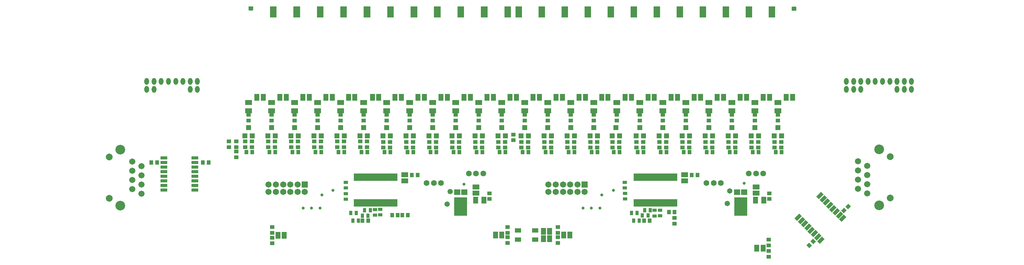
<source format=gts>
G04*
G04 #@! TF.GenerationSoftware,Altium Limited,Altium Designer,19.0.4 (130)*
G04*
G04 Layer_Color=8388736*
%FSAX25Y25*%
%MOIN*%
G70*
G01*
G75*
G04:AMPARAMS|DCode=41|XSize=47mil|YSize=40mil|CornerRadius=0mil|HoleSize=0mil|Usage=FLASHONLY|Rotation=45.000|XOffset=0mil|YOffset=0mil|HoleType=Round|Shape=Rectangle|*
%AMROTATEDRECTD41*
4,1,4,-0.00248,-0.03076,-0.03076,-0.00248,0.00248,0.03076,0.03076,0.00248,-0.00248,-0.03076,0.0*
%
%ADD41ROTATEDRECTD41*%

G04:AMPARAMS|DCode=42|XSize=72.96mil|YSize=37.92mil|CornerRadius=0mil|HoleSize=0mil|Usage=FLASHONLY|Rotation=225.000|XOffset=0mil|YOffset=0mil|HoleType=Round|Shape=Rectangle|*
%AMROTATEDRECTD42*
4,1,4,0.01239,0.03920,0.03920,0.01239,-0.01239,-0.03920,-0.03920,-0.01239,0.01239,0.03920,0.0*
%
%ADD42ROTATEDRECTD42*%

%ADD43R,0.01981X0.07887*%
%ADD44R,0.07296X0.03792*%
%ADD45R,0.04600X0.04300*%
%ADD46R,0.04000X0.04700*%
G04:AMPARAMS|DCode=47|XSize=47mil|YSize=40mil|CornerRadius=0mil|HoleSize=0mil|Usage=FLASHONLY|Rotation=315.000|XOffset=0mil|YOffset=0mil|HoleType=Round|Shape=Rectangle|*
%AMROTATEDRECTD47*
4,1,4,-0.03076,0.00248,-0.00248,0.03076,0.03076,-0.00248,0.00248,-0.03076,-0.03076,0.00248,0.0*
%
%ADD47ROTATEDRECTD47*%

%ADD48R,0.05200X0.07400*%
%ADD49R,0.06800X0.06312*%
%ADD50R,0.14028X0.19934*%
%ADD51R,0.04800X0.03800*%
%ADD52R,0.07800X0.05300*%
%ADD53R,0.05300X0.07800*%
%ADD54R,0.07400X0.05200*%
%ADD55R,0.04300X0.04600*%
%ADD56R,0.06800X0.04800*%
%ADD57R,0.04700X0.04000*%
%ADD58R,0.03800X0.04800*%
%ADD59R,0.05300X0.05800*%
%ADD60C,0.06741*%
%ADD61C,0.07355*%
%ADD62C,0.10544*%
%ADD63C,0.06312*%
%ADD64C,0.00394*%
%ADD65O,0.05118X0.07394*%
%ADD66C,0.06706*%
%ADD67R,0.06706X0.06706*%
%ADD68C,0.05800*%
%ADD69C,0.03300*%
%ADD70C,0.04700*%
G36*
X0263000Y0280500D02*
X0268000Y0280500D01*
X0268000Y0285000D01*
X0263000Y0285000D01*
X0263000Y0280500D01*
D02*
G37*
G36*
X0286300Y0273000D02*
X0293455Y0273000D01*
X0293455Y0285000D01*
X0286300Y0285000D01*
X0286300Y0273000D01*
D02*
G37*
G36*
X0311754D02*
X0318909Y0273000D01*
X0318909Y0285000D01*
X0311754Y0285000D01*
X0311754Y0273000D01*
D02*
G37*
G36*
X0337209D02*
X0344364Y0273000D01*
X0344364Y0285000D01*
X0337209Y0285000D01*
X0337209Y0273000D01*
D02*
G37*
G36*
X0362664D02*
X0369818Y0273000D01*
X0369818Y0285000D01*
X0362664Y0285000D01*
X0362664Y0273000D01*
D02*
G37*
G36*
X0388118D02*
X0395273Y0273000D01*
X0395273Y0285000D01*
X0388118Y0285000D01*
X0388118Y0273000D01*
D02*
G37*
G36*
X0413573D02*
X0420727Y0273000D01*
X0420727Y0285000D01*
X0413573Y0285000D01*
X0413573Y0273000D01*
D02*
G37*
G36*
X0439027D02*
X0446182Y0273000D01*
X0446182Y0285000D01*
X0439027Y0285000D01*
X0439027Y0273000D01*
D02*
G37*
G36*
X0464482D02*
X0471636Y0273000D01*
X0471636Y0285000D01*
X0464482Y0285000D01*
X0464482Y0273000D01*
D02*
G37*
G36*
X0489936D02*
X0497091Y0273000D01*
X0497091Y0285000D01*
X0489936Y0285000D01*
X0489936Y0273000D01*
D02*
G37*
G36*
X0515391D02*
X0522545Y0273000D01*
X0522545Y0285000D01*
X0515391Y0285000D01*
X0515391Y0273000D01*
D02*
G37*
G36*
X0540845D02*
X0548000Y0273000D01*
X0548000Y0285000D01*
X0540845Y0285000D01*
X0540845Y0273000D01*
D02*
G37*
G36*
X0560154Y0285000D02*
X0553000Y0285000D01*
X0553000Y0273000D01*
X0560155Y0273000D01*
X0560154Y0285000D01*
D02*
G37*
G36*
X0585154D02*
X0578000Y0285000D01*
X0578000Y0273000D01*
X0585155Y0273000D01*
X0585154Y0285000D01*
D02*
G37*
G36*
X0610154D02*
X0603000Y0285000D01*
X0603000Y0273000D01*
X0610155Y0273000D01*
X0610154Y0285000D01*
D02*
G37*
G36*
X0635154D02*
X0628000Y0285000D01*
X0628000Y0273000D01*
X0635155Y0273000D01*
X0635154Y0285000D01*
D02*
G37*
G36*
X0660154D02*
X0653000Y0285000D01*
X0653000Y0273000D01*
X0660155Y0273000D01*
X0660154Y0285000D01*
D02*
G37*
G36*
X0685154D02*
X0678000Y0285000D01*
X0678000Y0273000D01*
X0685155Y0273000D01*
X0685154Y0285000D01*
D02*
G37*
G36*
X0710154D02*
X0703000Y0285000D01*
X0703000Y0273000D01*
X0710155Y0273000D01*
X0710154Y0285000D01*
D02*
G37*
G36*
X0735154D02*
X0728000Y0285000D01*
X0728000Y0273000D01*
X0735155Y0273000D01*
X0735154Y0285000D01*
D02*
G37*
G36*
X0760154D02*
X0753000Y0285000D01*
X0753000Y0273000D01*
X0760155Y0273000D01*
X0760154Y0285000D01*
D02*
G37*
G36*
X0785154D02*
X0778000Y0285000D01*
X0778000Y0273000D01*
X0785155Y0273000D01*
X0785154Y0285000D01*
D02*
G37*
G36*
X0810155D02*
X0803000Y0285000D01*
X0803000Y0273000D01*
X0810155Y0273000D01*
X0810155Y0285000D01*
D02*
G37*
G36*
X0835155D02*
X0828000Y0285000D01*
X0828000Y0273000D01*
X0835155Y0273000D01*
X0835155Y0285000D01*
D02*
G37*
G36*
X0858000Y0284800D02*
X0853000Y0284800D01*
X0853000Y0280300D01*
X0858000Y0280300D01*
X0858000Y0284800D01*
D02*
G37*
D41*
X0914227Y0067127D02*
D03*
X0909773Y0062673D02*
D03*
D42*
X0908420Y0054171D02*
D03*
X0884729Y0030480D02*
D03*
X0881193Y0034016D02*
D03*
X0877658Y0037551D02*
D03*
X0874122Y0041087D02*
D03*
X0870587Y0044622D02*
D03*
X0867051Y0048158D02*
D03*
X0863516Y0051693D02*
D03*
X0859980Y0055229D02*
D03*
X0883671Y0078920D02*
D03*
X0887207Y0075384D02*
D03*
X0890742Y0071849D02*
D03*
X0894278Y0068313D02*
D03*
X0897813Y0064778D02*
D03*
X0901349Y0061242D02*
D03*
X0904884Y0057707D02*
D03*
D43*
X0421610Y0070890D02*
D03*
X0423579Y0098843D02*
D03*
X0421610D02*
D03*
X0419642D02*
D03*
X0417673D02*
D03*
X0415705D02*
D03*
X0413736D02*
D03*
X0411768D02*
D03*
X0409799D02*
D03*
X0407831D02*
D03*
X0405862D02*
D03*
X0403894D02*
D03*
X0401925D02*
D03*
X0399957D02*
D03*
X0397988D02*
D03*
X0396020D02*
D03*
X0394051D02*
D03*
X0392083D02*
D03*
X0390114D02*
D03*
X0388146D02*
D03*
X0386177D02*
D03*
X0384209D02*
D03*
X0382240D02*
D03*
X0380272D02*
D03*
X0378303D02*
D03*
Y0070890D02*
D03*
X0380272D02*
D03*
X0382240D02*
D03*
X0384209D02*
D03*
X0386177D02*
D03*
X0388146D02*
D03*
X0390114D02*
D03*
X0392083D02*
D03*
X0394051D02*
D03*
X0396020D02*
D03*
X0397988D02*
D03*
X0399957D02*
D03*
X0401925D02*
D03*
X0403894D02*
D03*
X0405862D02*
D03*
X0407831D02*
D03*
X0409799D02*
D03*
X0411768D02*
D03*
X0413736D02*
D03*
X0415705D02*
D03*
X0417673D02*
D03*
X0419642D02*
D03*
X0423579D02*
D03*
X0727579D02*
D03*
X0725610D02*
D03*
X0723642D02*
D03*
X0721673D02*
D03*
X0719705D02*
D03*
X0717736D02*
D03*
X0715768D02*
D03*
X0713799D02*
D03*
X0711831D02*
D03*
X0709862D02*
D03*
X0707894D02*
D03*
X0705925D02*
D03*
X0703957D02*
D03*
X0701988D02*
D03*
X0700020D02*
D03*
X0698051D02*
D03*
X0696083D02*
D03*
X0694114D02*
D03*
X0692146D02*
D03*
X0690177D02*
D03*
X0688209D02*
D03*
X0686240D02*
D03*
X0684272D02*
D03*
X0682303D02*
D03*
Y0098843D02*
D03*
X0684272D02*
D03*
X0686240D02*
D03*
X0688209D02*
D03*
X0690177D02*
D03*
X0692146D02*
D03*
X0694114D02*
D03*
X0696083D02*
D03*
X0698051D02*
D03*
X0700020D02*
D03*
X0701988D02*
D03*
X0703957D02*
D03*
X0705925D02*
D03*
X0707894D02*
D03*
X0709862D02*
D03*
X0711831D02*
D03*
X0713799D02*
D03*
X0715768D02*
D03*
X0717736D02*
D03*
X0719705D02*
D03*
X0721673D02*
D03*
X0723642D02*
D03*
X0725610D02*
D03*
X0727579D02*
D03*
D44*
X0171148Y0109900D02*
D03*
X0204652Y0119900D02*
D03*
Y0114900D02*
D03*
Y0109900D02*
D03*
Y0104900D02*
D03*
Y0099900D02*
D03*
Y0094900D02*
D03*
Y0089900D02*
D03*
Y0084900D02*
D03*
X0171148D02*
D03*
Y0089900D02*
D03*
Y0094900D02*
D03*
Y0099900D02*
D03*
Y0104900D02*
D03*
Y0114900D02*
D03*
Y0119900D02*
D03*
D45*
X0288701Y0026900D02*
D03*
X0828100Y0024650D02*
D03*
Y0030850D02*
D03*
Y0012350D02*
D03*
Y0018550D02*
D03*
X0288701Y0033100D02*
D03*
Y0038400D02*
D03*
Y0044600D02*
D03*
X0249500Y0131766D02*
D03*
Y0137966D02*
D03*
X0259260D02*
D03*
Y0131766D02*
D03*
X0266740D02*
D03*
Y0137966D02*
D03*
X0284283Y0137990D02*
D03*
Y0131790D02*
D03*
X0291764D02*
D03*
Y0137990D02*
D03*
X0309260Y0137966D02*
D03*
Y0131766D02*
D03*
X0316740D02*
D03*
Y0137966D02*
D03*
X0334260D02*
D03*
Y0131766D02*
D03*
X0341740D02*
D03*
Y0137966D02*
D03*
X0359260D02*
D03*
Y0131766D02*
D03*
X0366740D02*
D03*
Y0137966D02*
D03*
X0384260D02*
D03*
Y0131766D02*
D03*
X0391740D02*
D03*
Y0137966D02*
D03*
X0409260Y0137466D02*
D03*
Y0131266D02*
D03*
X0416740D02*
D03*
Y0137466D02*
D03*
X0434260D02*
D03*
Y0131266D02*
D03*
X0838000Y0166966D02*
D03*
Y0160766D02*
D03*
X0813000D02*
D03*
Y0166966D02*
D03*
X0788000D02*
D03*
Y0160766D02*
D03*
X0763000D02*
D03*
Y0166966D02*
D03*
X0738000D02*
D03*
Y0160766D02*
D03*
X0713000D02*
D03*
Y0166966D02*
D03*
X0688000D02*
D03*
Y0160766D02*
D03*
X0663000D02*
D03*
Y0166966D02*
D03*
X0638000D02*
D03*
Y0160766D02*
D03*
X0613000D02*
D03*
Y0166966D02*
D03*
X0588000D02*
D03*
Y0160766D02*
D03*
X0563000D02*
D03*
Y0166966D02*
D03*
X0550500Y0139266D02*
D03*
Y0145466D02*
D03*
X0841740Y0137466D02*
D03*
Y0131266D02*
D03*
X0834260D02*
D03*
Y0137466D02*
D03*
X0816740D02*
D03*
Y0131266D02*
D03*
X0809260D02*
D03*
Y0137466D02*
D03*
X0791740D02*
D03*
Y0131266D02*
D03*
X0784260D02*
D03*
Y0137466D02*
D03*
X0766740D02*
D03*
Y0131266D02*
D03*
X0759260D02*
D03*
Y0137466D02*
D03*
X0741740D02*
D03*
Y0131266D02*
D03*
X0734260D02*
D03*
Y0137466D02*
D03*
X0716740D02*
D03*
Y0131266D02*
D03*
X0709260D02*
D03*
Y0137466D02*
D03*
X0691740D02*
D03*
Y0131266D02*
D03*
X0684260D02*
D03*
Y0137466D02*
D03*
X0665740D02*
D03*
Y0131266D02*
D03*
X0658260D02*
D03*
Y0137466D02*
D03*
X0641740D02*
D03*
Y0131266D02*
D03*
X0634260D02*
D03*
Y0137466D02*
D03*
X0616740D02*
D03*
Y0131266D02*
D03*
X0609260D02*
D03*
Y0137466D02*
D03*
X0591740D02*
D03*
Y0131266D02*
D03*
X0584260D02*
D03*
Y0137466D02*
D03*
X0566740D02*
D03*
Y0131266D02*
D03*
X0559260D02*
D03*
Y0137466D02*
D03*
X0538000Y0160766D02*
D03*
Y0166966D02*
D03*
X0513000D02*
D03*
Y0160766D02*
D03*
X0488000D02*
D03*
Y0166966D02*
D03*
X0463000D02*
D03*
Y0160766D02*
D03*
X0438000D02*
D03*
Y0166966D02*
D03*
X0413000D02*
D03*
Y0160766D02*
D03*
X0388000D02*
D03*
Y0166966D02*
D03*
X0363000D02*
D03*
Y0160766D02*
D03*
X0338000D02*
D03*
Y0166966D02*
D03*
X0313000D02*
D03*
Y0160766D02*
D03*
X0288024Y0160790D02*
D03*
Y0166990D02*
D03*
X0263000Y0166966D02*
D03*
Y0160766D02*
D03*
X0241500Y0137931D02*
D03*
Y0131731D02*
D03*
X0541740Y0131266D02*
D03*
Y0137466D02*
D03*
X0534260D02*
D03*
Y0131266D02*
D03*
X0516740D02*
D03*
Y0137466D02*
D03*
X0509260D02*
D03*
Y0131266D02*
D03*
X0491740D02*
D03*
Y0137466D02*
D03*
X0484260D02*
D03*
Y0131266D02*
D03*
X0466740D02*
D03*
Y0137466D02*
D03*
X0459260D02*
D03*
Y0131266D02*
D03*
X0441740D02*
D03*
Y0137466D02*
D03*
X0725800Y0048400D02*
D03*
Y0054600D02*
D03*
X0544448Y0033600D02*
D03*
Y0027400D02*
D03*
Y0044600D02*
D03*
Y0038400D02*
D03*
X0828614Y0081466D02*
D03*
Y0075266D02*
D03*
X0524500Y0075266D02*
D03*
Y0081466D02*
D03*
X0599100Y0027400D02*
D03*
Y0033600D02*
D03*
Y0044600D02*
D03*
Y0038400D02*
D03*
D46*
X0163650Y0114900D02*
D03*
X0157350D02*
D03*
X0219650D02*
D03*
X0213350D02*
D03*
X0835790Y0126366D02*
D03*
X0842090D02*
D03*
X0817090D02*
D03*
X0810790D02*
D03*
X0785790D02*
D03*
X0792090D02*
D03*
X0767090D02*
D03*
X0760790D02*
D03*
X0735790D02*
D03*
X0742090D02*
D03*
X0717090D02*
D03*
X0710790D02*
D03*
X0685790D02*
D03*
X0692090D02*
D03*
X0666090D02*
D03*
X0659790D02*
D03*
X0635790D02*
D03*
X0642090D02*
D03*
X0617090D02*
D03*
X0610790D02*
D03*
X0585790D02*
D03*
X0592090D02*
D03*
X0567090D02*
D03*
X0560790D02*
D03*
X0535790D02*
D03*
X0542090D02*
D03*
X0517090D02*
D03*
X0510790D02*
D03*
X0485790D02*
D03*
X0492090D02*
D03*
X0467090D02*
D03*
X0460790D02*
D03*
X0435790D02*
D03*
X0442090D02*
D03*
X0417090D02*
D03*
X0410790D02*
D03*
X0385790D02*
D03*
X0392090D02*
D03*
X0367090D02*
D03*
X0360790D02*
D03*
X0335790D02*
D03*
X0342090D02*
D03*
X0317090D02*
D03*
X0310790D02*
D03*
X0285814Y0126390D02*
D03*
X0292114D02*
D03*
X0267090Y0126366D02*
D03*
X0260790D02*
D03*
D47*
X0871901Y0024673D02*
D03*
X0876356Y0029128D02*
D03*
D48*
X0815158Y0021600D02*
D03*
X0821842D02*
D03*
X0294917Y0035750D02*
D03*
X0301600D02*
D03*
X0278842Y0186000D02*
D03*
X0272158D02*
D03*
X0297158D02*
D03*
X0303842D02*
D03*
X0328842D02*
D03*
X0322158D02*
D03*
X0347158D02*
D03*
X0353842D02*
D03*
X0378342D02*
D03*
X0371658D02*
D03*
X0397658D02*
D03*
X0404342D02*
D03*
X0428842D02*
D03*
X0422158D02*
D03*
X0447158D02*
D03*
X0453842D02*
D03*
X0478842D02*
D03*
X0472158D02*
D03*
X0497158D02*
D03*
X0503842D02*
D03*
X0528842D02*
D03*
X0522158D02*
D03*
X0547158D02*
D03*
X0553842D02*
D03*
X0578842D02*
D03*
X0572158D02*
D03*
X0597158D02*
D03*
X0603842D02*
D03*
X0628842D02*
D03*
X0622158D02*
D03*
X0646658D02*
D03*
X0653342D02*
D03*
X0678842D02*
D03*
X0672158D02*
D03*
X0696895D02*
D03*
X0703578D02*
D03*
X0728842D02*
D03*
X0722158D02*
D03*
X0747158D02*
D03*
X0753842D02*
D03*
X0778842D02*
D03*
X0772158D02*
D03*
X0797158D02*
D03*
X0803842D02*
D03*
X0828842D02*
D03*
X0822158D02*
D03*
X0847158D02*
D03*
X0853842D02*
D03*
X0538042Y0036100D02*
D03*
X0531358D02*
D03*
X0611875Y0036000D02*
D03*
X0605191D02*
D03*
X0589942Y0032079D02*
D03*
X0583258D02*
D03*
Y0039921D02*
D03*
X0589942D02*
D03*
D49*
X0801446Y0082744D02*
D03*
X0793674D02*
D03*
X0497331Y0082744D02*
D03*
X0489560D02*
D03*
D50*
X0797560Y0067067D02*
D03*
X0493446Y0067067D02*
D03*
D51*
X0671750Y0087366D02*
D03*
Y0093466D02*
D03*
X0368800Y0087366D02*
D03*
Y0093466D02*
D03*
X0671866Y0075223D02*
D03*
Y0081323D02*
D03*
X0368800Y0081050D02*
D03*
Y0074950D02*
D03*
X0704100Y0056750D02*
D03*
Y0062850D02*
D03*
X0400300Y0063650D02*
D03*
Y0057550D02*
D03*
X0710000Y0056850D02*
D03*
Y0062950D02*
D03*
X0405933Y0064050D02*
D03*
Y0057950D02*
D03*
D52*
X0838000Y0171451D02*
D03*
Y0180281D02*
D03*
X0813000D02*
D03*
Y0171451D02*
D03*
X0788000D02*
D03*
Y0180281D02*
D03*
X0763000D02*
D03*
Y0171451D02*
D03*
X0738000D02*
D03*
Y0180281D02*
D03*
X0713000D02*
D03*
Y0171451D02*
D03*
X0687984D02*
D03*
Y0180281D02*
D03*
X0663000D02*
D03*
Y0171451D02*
D03*
X0638000D02*
D03*
Y0180281D02*
D03*
X0613000D02*
D03*
Y0171451D02*
D03*
X0588000D02*
D03*
Y0180281D02*
D03*
X0563000D02*
D03*
Y0171451D02*
D03*
X0538000D02*
D03*
Y0180281D02*
D03*
X0513000D02*
D03*
Y0171451D02*
D03*
X0488000D02*
D03*
Y0180281D02*
D03*
X0463000D02*
D03*
Y0171451D02*
D03*
X0438000D02*
D03*
Y0180281D02*
D03*
X0413000D02*
D03*
Y0171451D02*
D03*
X0388000D02*
D03*
Y0180281D02*
D03*
X0363000D02*
D03*
Y0171451D02*
D03*
X0338000D02*
D03*
Y0180281D02*
D03*
X0313000D02*
D03*
Y0171451D02*
D03*
X0288039Y0171474D02*
D03*
Y0180305D02*
D03*
X0263000Y0180281D02*
D03*
Y0171451D02*
D03*
D53*
X0822619Y0073866D02*
D03*
X0813788D02*
D03*
X0509674Y0073866D02*
D03*
X0518504D02*
D03*
D54*
X0736531Y0101708D02*
D03*
Y0095024D02*
D03*
X0432500Y0095024D02*
D03*
Y0101708D02*
D03*
X0814266Y0088208D02*
D03*
Y0081524D02*
D03*
X0510152Y0081524D02*
D03*
Y0088208D02*
D03*
D55*
X0750608Y0101467D02*
D03*
X0744408D02*
D03*
X0440377Y0101467D02*
D03*
X0446576D02*
D03*
X0692500Y0051500D02*
D03*
X0698700D02*
D03*
X0393000D02*
D03*
X0386800D02*
D03*
X0725800Y0061000D02*
D03*
X0719600D02*
D03*
X0418900Y0057500D02*
D03*
X0425100D02*
D03*
X0429900D02*
D03*
X0436100D02*
D03*
D56*
X0555801Y0041150D02*
D03*
Y0030850D02*
D03*
X0574399D02*
D03*
Y0041150D02*
D03*
D57*
X0249500Y0120698D02*
D03*
Y0126998D02*
D03*
D58*
X0696850Y0057200D02*
D03*
X0690750D02*
D03*
X0386541Y0056876D02*
D03*
X0392640D02*
D03*
X0681167Y0051500D02*
D03*
X0687267D02*
D03*
X0382267D02*
D03*
X0376167D02*
D03*
X0678950Y0060000D02*
D03*
X0685050D02*
D03*
X0380050D02*
D03*
X0373950D02*
D03*
X0693214Y0063066D02*
D03*
X0699314D02*
D03*
X0395200Y0063066D02*
D03*
X0389100D02*
D03*
D59*
X0259010Y0143839D02*
D03*
X0266990D02*
D03*
X0263000Y0152894D02*
D03*
X0288024Y0152917D02*
D03*
X0292014Y0143862D02*
D03*
X0284033D02*
D03*
X0309010Y0143839D02*
D03*
X0316990D02*
D03*
X0313000Y0152894D02*
D03*
X0838000D02*
D03*
X0841990Y0143839D02*
D03*
X0834010D02*
D03*
X0809010D02*
D03*
X0816990D02*
D03*
X0813000Y0152894D02*
D03*
X0788000D02*
D03*
X0791990Y0143839D02*
D03*
X0784010D02*
D03*
X0759010D02*
D03*
X0766990D02*
D03*
X0763000Y0152894D02*
D03*
X0738000D02*
D03*
X0741990Y0143839D02*
D03*
X0734010D02*
D03*
X0709010D02*
D03*
X0716990D02*
D03*
X0713000Y0152894D02*
D03*
X0688000D02*
D03*
X0691990Y0143839D02*
D03*
X0684010D02*
D03*
X0658010D02*
D03*
X0665990D02*
D03*
X0662000Y0152894D02*
D03*
X0638000D02*
D03*
X0641990Y0143839D02*
D03*
X0634010D02*
D03*
X0609010D02*
D03*
X0616990D02*
D03*
X0613000Y0152894D02*
D03*
X0588000D02*
D03*
X0591990Y0143839D02*
D03*
X0584010D02*
D03*
X0559010D02*
D03*
X0566990D02*
D03*
X0563000Y0152894D02*
D03*
X0538000D02*
D03*
X0541990Y0143839D02*
D03*
X0534010D02*
D03*
X0509010D02*
D03*
X0516990D02*
D03*
X0513000Y0152894D02*
D03*
X0488000D02*
D03*
X0491990Y0143839D02*
D03*
X0484010D02*
D03*
X0459010D02*
D03*
X0466990D02*
D03*
X0463000Y0152894D02*
D03*
X0438000D02*
D03*
X0441990Y0143839D02*
D03*
X0434010D02*
D03*
X0409010D02*
D03*
X0416990D02*
D03*
X0413000Y0152894D02*
D03*
X0388000D02*
D03*
X0391990Y0143839D02*
D03*
X0384010D02*
D03*
X0359010D02*
D03*
X0366990D02*
D03*
X0363000Y0152894D02*
D03*
X0338000D02*
D03*
X0341990Y0143839D02*
D03*
X0334010D02*
D03*
D60*
X0146500Y0111000D02*
D03*
Y0081000D02*
D03*
X0136500Y0086000D02*
D03*
X0146500Y0091000D02*
D03*
X0136500Y0096000D02*
D03*
X0146500Y0101000D02*
D03*
X0136500Y0106000D02*
D03*
Y0116000D02*
D03*
X0925000Y0116287D02*
D03*
X0935000Y0111287D02*
D03*
X0925000Y0106287D02*
D03*
X0935000Y0101287D02*
D03*
X0925000Y0096287D02*
D03*
X0935000Y0091287D02*
D03*
X0925000Y0086287D02*
D03*
X0935000Y0081287D02*
D03*
D61*
X0111500Y0076000D02*
D03*
Y0121000D02*
D03*
X0960000Y0121287D02*
D03*
Y0076287D02*
D03*
D62*
X0123508Y0068008D02*
D03*
Y0128992D02*
D03*
X0947992Y0129279D02*
D03*
Y0068295D02*
D03*
D63*
X0806392Y0102866D02*
D03*
X0814266D02*
D03*
X0822140D02*
D03*
X0760363Y0092500D02*
D03*
X0768237D02*
D03*
X0776111D02*
D03*
X0456363D02*
D03*
X0464237D02*
D03*
X0472111D02*
D03*
X0502278Y0102866D02*
D03*
X0510152D02*
D03*
X0518026D02*
D03*
D64*
X0218716Y0199866D02*
D03*
X0141157D02*
D03*
X0994382Y0199866D02*
D03*
X0901075D02*
D03*
X1078740Y0019685D02*
D03*
X1078740Y0271654D02*
D03*
X0019685Y0019685D02*
D03*
Y0271654D02*
D03*
D65*
X0207496Y0194748D02*
D03*
X0199622D02*
D03*
X0160252D02*
D03*
X0152378D02*
D03*
Y0203409D02*
D03*
X0160252D02*
D03*
X0168126D02*
D03*
X0176000D02*
D03*
X0183874D02*
D03*
X0191748D02*
D03*
X0199622D02*
D03*
X0207496D02*
D03*
X0912295Y0194748D02*
D03*
X0928043D02*
D03*
X0920169D02*
D03*
X0912295Y0203409D02*
D03*
X0920169D02*
D03*
X0928043D02*
D03*
X0943791D02*
D03*
X0935917D02*
D03*
X0959539D02*
D03*
X0951665D02*
D03*
X0983161D02*
D03*
X0975287D02*
D03*
X0967413D02*
D03*
X0975287Y0194748D02*
D03*
X0983161D02*
D03*
X0967413D02*
D03*
D66*
X0588752Y0083126D02*
D03*
Y0091000D02*
D03*
X0596626Y0083126D02*
D03*
Y0091000D02*
D03*
X0604500Y0083126D02*
D03*
Y0091000D02*
D03*
X0612374Y0083126D02*
D03*
Y0091000D02*
D03*
X0620248Y0083126D02*
D03*
Y0091000D02*
D03*
X0628122Y0083126D02*
D03*
X0284752D02*
D03*
Y0091000D02*
D03*
X0292626Y0083126D02*
D03*
Y0091000D02*
D03*
X0300500Y0083126D02*
D03*
Y0091000D02*
D03*
X0308374Y0083126D02*
D03*
Y0091000D02*
D03*
X0316248Y0083126D02*
D03*
Y0091000D02*
D03*
X0324122Y0083126D02*
D03*
D67*
X0628122Y0091000D02*
D03*
X0324122D02*
D03*
D68*
X0785500Y0084100D02*
D03*
X0482115Y0083400D02*
D03*
X0783096Y0070374D02*
D03*
X0478696Y0069500D02*
D03*
D69*
X0331376Y0065440D02*
D03*
X0322200D02*
D03*
X0340800D02*
D03*
X0342500Y0079500D02*
D03*
X0354500Y0084800D02*
D03*
X0646500Y0079500D02*
D03*
X0659300Y0084800D02*
D03*
X0626200Y0065440D02*
D03*
X0635376D02*
D03*
X0644800D02*
D03*
X0801182Y0092457D02*
D03*
X0496946Y0091366D02*
D03*
D70*
X0706954Y0282500D02*
D03*
X0855500Y0282800D02*
D03*
X0831954Y0282500D02*
D03*
X0807000Y0282366D02*
D03*
X0781954Y0282500D02*
D03*
X0756954D02*
D03*
X0731954D02*
D03*
X0682000Y0282366D02*
D03*
X0656954Y0282500D02*
D03*
X0631954D02*
D03*
X0556954D02*
D03*
X0581954D02*
D03*
X0606954D02*
D03*
X0544045D02*
D03*
X0518591D02*
D03*
X0493136D02*
D03*
X0467682D02*
D03*
X0442227D02*
D03*
X0416773D02*
D03*
X0391318D02*
D03*
X0365841Y0282366D02*
D03*
X0340409Y0282500D02*
D03*
X0314954D02*
D03*
X0289500D02*
D03*
X0265500D02*
D03*
M02*

</source>
